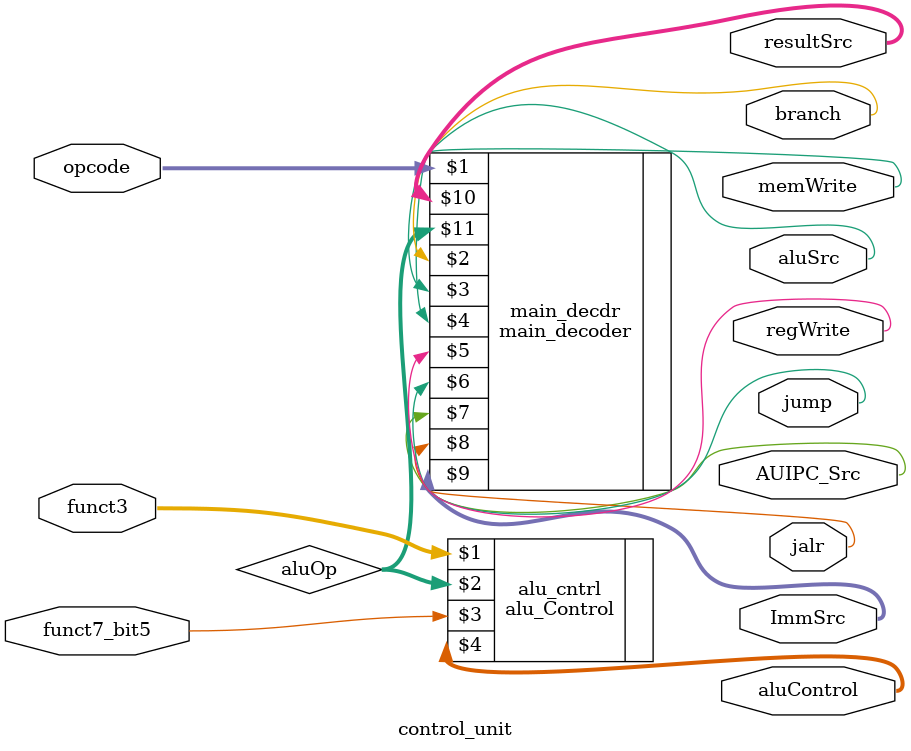
<source format=v>
`timescale 1ns / 1ps


(* keep_hierarchy = "yes" *) module control_unit(

    input wire [6:0] opcode,
    input wire [14:12] funct3,
    input wire funct7_bit5,
    output wire [2:0] aluControl,ImmSrc,
    output wire [1:0] resultSrc,
    output wire branch,memWrite,aluSrc,regWrite,jump,AUIPC_Src,jalr
    );
    
    wire [1:0] aluOp;
    
    main_decoder main_decdr(opcode,branch,memWrite,aluSrc,regWrite,jump,AUIPC_Src,jalr,ImmSrc,resultSrc,aluOp);
    alu_Control alu_cntrl(funct3,aluOp,funct7_bit5,aluControl);
    
   
endmodule
/*
 input wire [31:0] instruction,
  output reg [2:0] aluControl,ImmSrc,
  output reg [1:0] resultSrc,
  output reg branch,memWrite,aluSrc,regWrite,jump,AUIPC_Src,jalr
   );

     reg [1:0] aluOp;
     initial aluOp = 2'b00;
     
         localparam R_TYPE  = 7'b0110011;
         localparam I_TYPE  = 7'b0010011;
         localparam LOAD    = 7'b0000011;
         localparam STORE   = 7'b0100011;
         localparam BRANCH  = 7'b1100011;
         localparam JAL     = 7'b1101111;
         localparam JALR    = 7'b1100111;
         localparam LUI     = 7'b0110111;
         localparam AUIPC   = 7'b0010111;
             
     initial begin
       ImmSrc = 2'b00;
       aluOp = 2'b00;
       resultSrc = 2'b00;
       branch = 0;
       memWrite = 0;
       aluSrc = 0;        
       regWrite = 0;
       jump = 0;
       AUIPC_Src = 0;
       jalr = 0;
    end
      
    always @(*) begin
    
                 // Default values
                 branch    = 0;
                 resultSrc = 0;
                 memWrite  = 0;
                 aluSrc    = 0;
                 ImmSrc    = 3'b000;
                 regWrite  = 0;
                 aluOp     = 2'b00;
                 AUIPC_Src = 0;
                 jalr = 0;
                 jump = 0;
                 AUIPC_Src = 0;
             
                 case(instruction[6:0])
                     R_TYPE: begin
                         regWrite  = 1;
                         aluSrc    = 0;
                         resultSrc = 2'b00;
                         aluOp     = 2'b10;  // ALU control from funct fields
                     end
                     
                     I_TYPE: begin
                         regWrite  = 1;
                         aluSrc    = 1;
                         resultSrc = 2'b00;
                         ImmSrc    = 3'b000;  // I-type immediate
                         aluOp     = 2'b10;
                     end
                     
                     LOAD: begin
                         regWrite  = 1;
                         aluSrc    = 1;
                         resultSrc = 2'b01;      // Result comes from memory
                         ImmSrc    = 3'b000;  // I-type immediate
                         aluOp     = 2'b00;  // ALU does ADD
                     end
                     
                     STORE: begin
                         memWrite  = 1;
                         aluSrc    = 1;
                         ImmSrc    = 3'b001;  // S-type immediate
                         aluOp     = 2'b00;  // ALU does ADD
                     end
                     
                     BRANCH: begin
                         branch    = 1;
                         aluOp     = 2'b01;  // ALU does SUB
                         ImmSrc    = 3'b010;  // B-type immediate
                     end
                     
                     JAL: begin
                         regWrite  = 1;
                         jump    = 1;
                         ImmSrc    = 3'b011;  // J-type immediate
                         resultSrc = 2'b10; 
                     end
                     
                     LUI: begin
                         regWrite  = 1;
                         ImmSrc    = 3'b100;  // U-type immediate
                         resultSrc = 2'b11;
                     end
                     
                     JALR: begin // JALR (I-type but for jump)
                                 regWrite = 1;
                                 resultSrc = 2'b10; // PC + 4 stored in rd
                                 jalr = 1;       // Enable branch/jump
                                 aluSrc = 1;       // Use immediate for target address
                                 aluOp = 2'b00;    // ALU does addition (rs1 + imm)
                                 ImmSrc = 3'b000;   // I-type immediate
                             end
                     
                      AUIPC: begin
                                 branch    = 0;
                                 memWrite  = 0;
                                 resultSrc = 2'b11;
                                 ImmSrc    = 3'b100; // U-type immediate
                                 regWrite  = 1;
                                 AUIPC_Src = 1;
                             end
   
                     default: begin
                         // All signals remain default
                     end
                 endcase
             
       //aluControl ---------------------------------------------------------
       
    $display("Going to Select ALU control in Control Unit using aluOp: %b and funct3: %b at time: ",aluOp,instruction[14:12],$time);
       if(aluOp == 2'b00) begin
                     aluControl = 3'b000;
                   end
                 else if(aluOp == 2'b01) begin
                     aluControl = 3'b001;
                    end
                 else if( (aluOp == 2'b10) && (instruction[14:12] == 3'b000) && !instruction[30]) begin
                     aluControl = 3'b000;
                  end
                 else if( (aluOp == 2'b10) && (instruction[14:12] == 3'b000) && instruction[30]) begin
                     aluControl = 3'b001;
                  end
                 else if( (aluOp == 2'b10) && (instruction[14:12] == 3'b111)) begin
                      aluControl = 3'b010; 
                    //  $display("aluOp was %b and funct3 was %b so it is and function aluControl is %b at time: ",aluOp,funct3,aluControl,$time);
                  end
                 else if( (aluOp == 2'b10) && (instruction[14:12] == 3'b110)) begin
                      aluControl = 3'b011;
                  end
                 else if( (aluOp == 2'b10) && (instruction[14:12] == 3'b010)) begin
                      aluControl = 3'b101;
                  end
                  
     $display("Selected the ALU Control %b at time:",aluControl,$time);
   end

endmodule
*/
</source>
